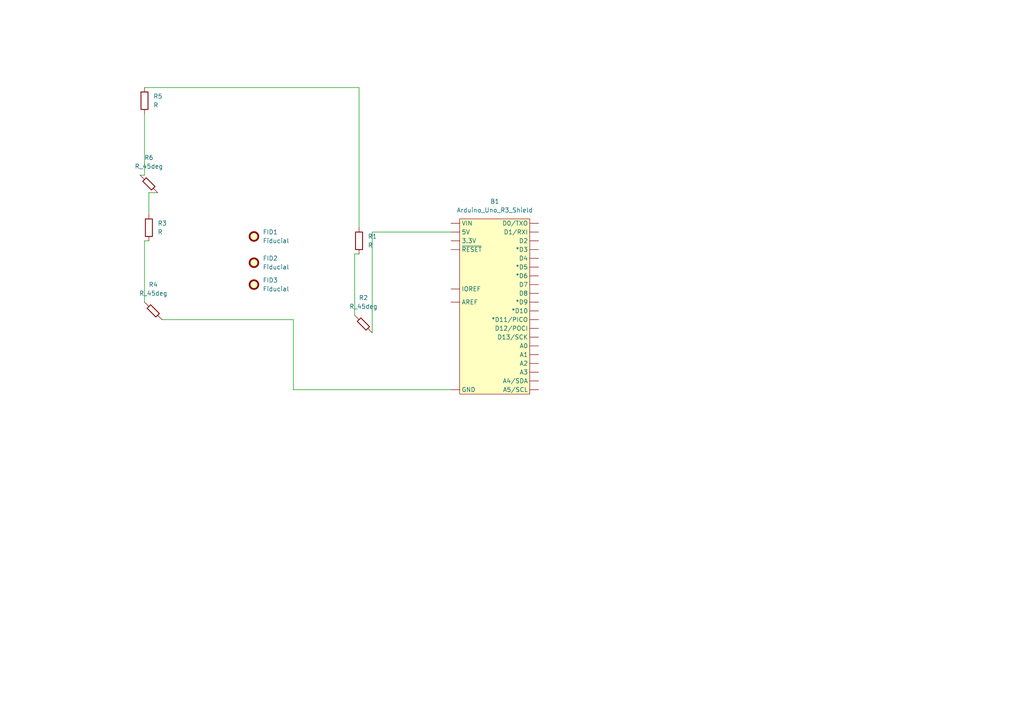
<source format=kicad_sch>
(kicad_sch (version 20250114) (generator "eeschema") (generator_version "9.0")
  (paper "A4")
  (lib_symbols
    (symbol "Device:R" (pin_numbers (hide yes)) (pin_names (offset 0))
      (property "Reference" "R" (at 2.032 0 90))
      (property "Value" "R" (at 0 0 90))
      (symbol "R_0_1"
        (rectangle (start -1.016 -2.54) (end 1.016 2.54) (stroke (width 0.254)))
      )
      (symbol "R_1_1"
        (pin passive line (at 0 3.81 270) (length 1.27) (name "~") (number "1"))
        (pin passive line (at 0 -3.81 90) (length 1.27) (name "~") (number "2"))
      )
    )
    (symbol "Device:R_45deg" (pin_numbers (hide yes)) (pin_names (offset 0))
      (property "Reference" "R" (at 5.08 2.54 0))
      (property "Value" "R_45deg" (at 8.255 0.635 0))
      (symbol "R_45deg_0_1"
        (polyline (pts (xy -2.54 2.54) (xy -1.27 1.27)))
        (polyline (pts (xy 1.27 -1.27) (xy 2.54 -2.54)))
      )
      (symbol "R_45deg_1_1"
        (polyline (pts (xy -1.778 0.762) (xy 0.762 -1.778) (xy 1.778 -0.762) (xy -0.762 1.778) (xy -1.778 0.762)) (stroke (width 0.254)))
        (pin passive line (at -2.54 2.54 0) (length 0) (name "~") (number "1"))
        (pin passive line (at 2.54 -2.54 180) (length 0) (name "~") (number "2"))
      )
    )
    (symbol "Mechanical:Fiducial" (in_bom no)
      (property "Reference" "FID" (at 0 5.08 0))
      (property "Value" "Fiducial" (at 0 3.175 0))
      (symbol "Fiducial_0_1"
        (circle (center 0 0) (radius 1.27) (stroke (width 0.508)) (fill (type background)))
      )
    )
    (symbol "SparkFun-Board:Arduino_Uno_R3_Shield"
      (property "Reference" "B" (at -10.16 26.67 0))
      (property "Value" "Arduino_Uno_R3_Shield" (at 0 -26.67 0))
      (symbol "Arduino_Uno_R3_Shield_1_0"
        (pin power_in line (at -12.7 24.13 0) (length 2.54) (name "VIN") (number "VIN"))
        (pin power_in line (at -12.7 21.59 0) (length 2.54) (name "5V") (number "5V"))
        (pin power_in line (at -12.7 19.05 0) (length 2.54) (name "3.3V") (number "3.3V"))
        (pin input line (at -12.7 16.51 0) (length 2.54) (name "~{RESET}") (number "~{RESET}"))
        (pin input line (at -12.7 5.08 0) (length 2.54) (name "IOREF") (number "IOREF"))
        (pin bidirectional line (at -12.7 1.27 0) (length 2.54) (name "AREF") (number "AREF"))
        (pin no_connect line (at -12.7 -1.27 0) (length 2.54) (hide yes) (name "NC") (number "NC"))
        (pin power_in line (at -12.7 -24.13 0) (length 2.54) (name "GND") (number "GND"))
        (pin output line (at 12.7 24.13 180) (length 2.54) (name "D0/TXO") (number "D0/TXO"))
        (pin input line (at 12.7 21.59 180) (length 2.54) (name "D1/RXI") (number "D1/RXI"))
        (pin bidirectional line (at 12.7 19.05 180) (length 2.54) (name "D2") (number "D2"))
        (pin bidirectional line (at 12.7 16.51 180) (length 2.54) (name "*D3") (number "D3"))
        (pin bidirectional line (at 12.7 13.97 180) (length 2.54) (name "D4") (number "D4"))
        (pin bidirectional line (at 12.7 11.43 180) (length 2.54) (name "*D5") (number "D5"))
        (pin bidirectional line (at 12.7 8.89 180) (length 2.54) (name "*D6") (number "D6"))
        (pin bidirectional line (at 12.7 6.35 180) (length 2.54) (name "D7") (number "D7"))
        (pin bidirectional line (at 12.7 3.81 180) (length 2.54) (name "D8") (number "D8"))
        (pin bidirectional line (at 12.7 1.27 180) (length 2.54) (name "*D9") (number "D9"))
        (pin bidirectional line (at 12.7 -1.27 180) (length 2.54) (name "*D10") (number "D10"))
        (pin bidirectional line (at 12.7 -3.81 180) (length 2.54) (name "*D11/PICO") (number "D11"))
        (pin bidirectional line (at 12.7 -6.35 180) (length 2.54) (name "D12/POCI") (number "D12"))
        (pin bidirectional line (at 12.7 -8.89 180) (length 2.54) (name "D13/SCK") (number "D13"))
        (pin bidirectional line (at 12.7 -11.43 180) (length 2.54) (name "A0") (number "A0"))
        (pin bidirectional line (at 12.7 -13.97 180) (length 2.54) (name "A1") (number "A1"))
        (pin bidirectional line (at 12.7 -16.51 180) (length 2.54) (name "A2") (number "A2"))
        (pin bidirectional line (at 12.7 -19.05 180) (length 2.54) (name "A3") (number "A3"))
        (pin bidirectional line (at 12.7 -21.59 180) (length 2.54) (name "A4/SDA") (number "A4/SDA"))
        (pin bidirectional line (at 12.7 -24.13 180) (length 2.54) (name "A5/SCL") (number "A5/SCL"))
      )
      (symbol "Arduino_Uno_R3_Shield_1_1"
        (rectangle (start -10.16 25.4) (end 10.16 -25.4) (fill (type background)))
      )
    )
  )
  (wire (pts (xy 43.18 55.88) (xy 45.72 55.88)))
  (wire (pts (xy 85.09 92.71) (xy 85.09 113.03)))
  (wire (pts (xy 107.95 67.31) (xy 107.95 96.52)))
  (wire (pts (xy 46.99 92.71) (xy 85.09 92.71)))
  (wire (pts (xy 41.91 69.85) (xy 43.18 69.85)))
  (wire (pts (xy 102.87 91.44) (xy 102.87 73.66)))
  (wire (pts (xy 41.91 50.8) (xy 40.64 50.8)))
  (wire (pts (xy 43.18 62.23) (xy 43.18 55.88)))
  (wire (pts (xy 41.91 87.63) (xy 41.91 69.85)))
  (wire (pts (xy 41.91 33.02) (xy 41.91 50.8)))
  (wire (pts (xy 130.81 67.31) (xy 107.95 67.31)))
  (wire (pts (xy 85.09 113.03) (xy 130.81 113.03)))
  (wire (pts (xy 104.14 25.4) (xy 41.91 25.4)))
  (wire (pts (xy 104.14 66.04) (xy 104.14 25.4)))
  (wire (pts (xy 102.87 73.66) (xy 104.14 73.66)))
  (symbol (lib_id "Mechanical:Fiducial") (at 73.66 68.58 0) (unit 1) (in_bom no)
    (property "Reference" "FID1" (at 76.2 67.3099 0) (effects (justify left)))
    (property "Value" "Fiducial" (at 76.2 69.8499 0) (effects (justify left)))
    (property "Footprint" "kikit:Fiducial" (effects (hide yes)))
    (property "Description" "Fiducial Marker" (effects (hide yes)))
  )
  (symbol (lib_id "Device:R_45deg") (at 44.45 90.17 0) (unit 1)
    (property "Reference" "R4" (at 44.45 82.55 0))
    (property "Value" "R_45deg" (at 44.45 85.09 0))
    (property "Footprint" "SparkFun-Resistor:R_0805_2012Metric" (effects (hide yes)))
    (property "Description" "Resistor, rotated by 45°" (effects (hide yes)))
  )
  (symbol (lib_id "Device:R_45deg") (at 43.18 53.34 0) (unit 1)
    (property "Reference" "R6" (at 43.18 45.72 0))
    (property "Value" "R_45deg" (at 43.18 48.26 0))
    (property "Footprint" "Resistor_SMD:R_0201_0603Metric" (effects (hide yes)))
    (property "Description" "Resistor, rotated by 45°" (effects (hide yes)))
  )
  (symbol (lib_id "Mechanical:Fiducial") (at 73.66 76.2 0) (unit 1) (in_bom no)
    (property "Reference" "FID2" (at 76.2 74.9299 0) (effects (justify left)))
    (property "Value" "Fiducial" (at 76.2 77.4699 0) (effects (justify left)))
    (property "Footprint" "kikit:Fiducial" (effects (hide yes)))
    (property "Description" "Fiducial Marker" (effects (hide yes)))
  )
  (symbol (lib_id "Mechanical:Fiducial") (at 73.66 82.55 0) (unit 1) (in_bom no)
    (property "Reference" "FID3" (at 76.2 81.2799 0) (effects (justify left)))
    (property "Value" "Fiducial" (at 76.2 83.8199 0) (effects (justify left)))
    (property "Footprint" "kikit:Fiducial" (effects (hide yes)))
    (property "Description" "Fiducial Marker" (effects (hide yes)))
  )
  (symbol (lib_id "Device:R") (at 43.18 66.04 0) (unit 1)
    (property "Reference" "R3" (at 45.72 64.7699 0) (effects (justify left)))
    (property "Value" "R" (at 45.72 67.3099 0) (effects (justify left)))
    (property "Footprint" "Resistor_SMD:R_0603_1608Metric" (effects (hide yes)))
    (property "Description" "Resistor" (effects (hide yes)))
  )
  (symbol (lib_id "Device:R") (at 104.14 69.85 0) (unit 1)
    (property "Reference" "R1" (at 106.68 68.5799 0) (effects (justify left)))
    (property "Value" "R" (at 106.68 71.1199 0) (effects (justify left)))
    (property "Footprint" "SparkFun-Resistor:R_0805_2012Metric" (effects (hide yes)))
    (property "Description" "Resistor" (effects (hide yes)))
  )
  (symbol (lib_id "Device:R_45deg") (at 105.41 93.98 0) (unit 1)
    (property "Reference" "R2" (at 105.41 86.36 0))
    (property "Value" "R_45deg" (at 105.41 88.9 0))
    (property "Footprint" "SparkFun-Resistor:R_0805_2012Metric" (effects (hide yes)))
    (property "Description" "Resistor, rotated by 45°" (effects (hide yes)))
  )
  (symbol (lib_id "Device:R") (at 41.91 29.21 0) (unit 1)
    (property "Reference" "R5" (at 44.45 27.9399 0) (effects (justify left)))
    (property "Value" "R" (at 44.45 30.4799 0) (effects (justify left)))
    (property "Footprint" "Resistor_SMD:R_0402_1005Metric" (effects (hide yes)))
    (property "Description" "Resistor" (effects (hide yes)))
  )
  (symbol (lib_id "SparkFun-Board:Arduino_Uno_R3_Shield") (at 143.51 88.9 0) (unit 1)
    (property "Reference" "B1" (at 143.51 58.42 0))
    (property "Value" "Arduino_Uno_R3_Shield" (at 143.51 60.96 0))
    (property "Footprint" "SparkFun-Board:Uno_R3_Shield_NoLabels" (effects (hide yes)))
    (property "Datasheet" "https://cdn.sparkfun.com/assets/8/d/6/e/b/RedBoard_Plus_USB-C_Schematic.pdf" (effects (hide yes)))
    (property "Description" "Arduino R3 Footprint with SPI header" (effects (hide yes)))
  )
)
</source>
